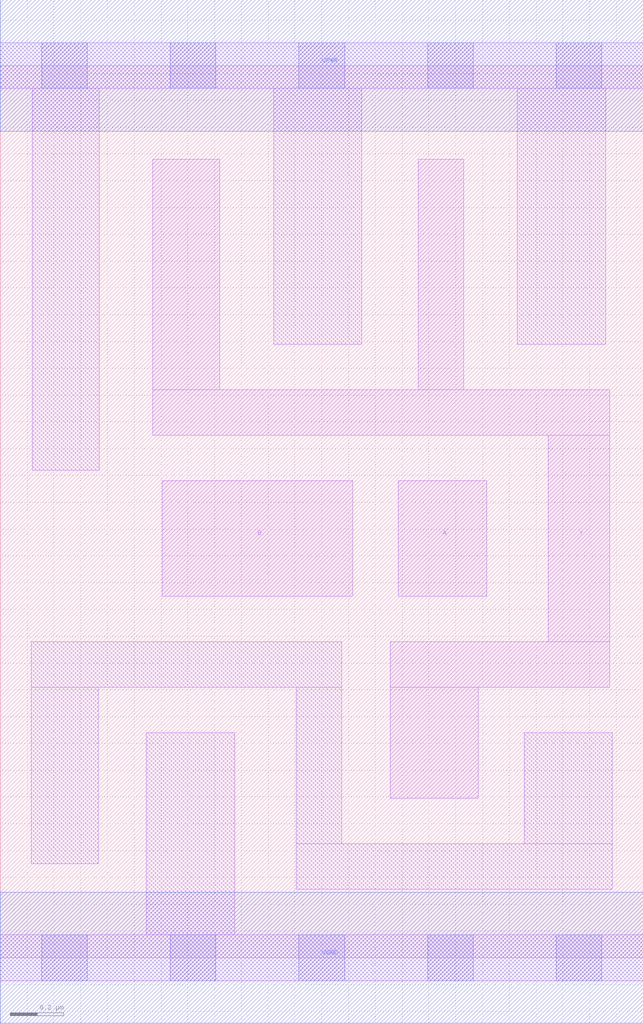
<source format=lef>
# Copyright 2020 The SkyWater PDK Authors
#
# Licensed under the Apache License, Version 2.0 (the "License");
# you may not use this file except in compliance with the License.
# You may obtain a copy of the License at
#
#     https://www.apache.org/licenses/LICENSE-2.0
#
# Unless required by applicable law or agreed to in writing, software
# distributed under the License is distributed on an "AS IS" BASIS,
# WITHOUT WARRANTIES OR CONDITIONS OF ANY KIND, either express or implied.
# See the License for the specific language governing permissions and
# limitations under the License.
#
# SPDX-License-Identifier: Apache-2.0

VERSION 5.7 ;
  NAMESCASESENSITIVE ON ;
  NOWIREEXTENSIONATPIN ON ;
  DIVIDERCHAR "/" ;
  BUSBITCHARS "[]" ;
UNITS
  DATABASE MICRONS 200 ;
END UNITS
MACRO sky130_fd_sc_ms__nand2_2
  CLASS CORE ;
  SOURCE USER ;
  FOREIGN sky130_fd_sc_ms__nand2_2 ;
  ORIGIN  0.000000  0.000000 ;
  SIZE  2.400000 BY  3.330000 ;
  SYMMETRY X Y ;
  SITE unit ;
  PIN A
    ANTENNAGATEAREA  0.625200 ;
    DIRECTION INPUT ;
    USE SIGNAL ;
    PORT
      LAYER li1 ;
        RECT 1.485000 1.350000 1.815000 1.780000 ;
    END
  END A
  PIN B
    ANTENNAGATEAREA  0.625200 ;
    DIRECTION INPUT ;
    USE SIGNAL ;
    PORT
      LAYER li1 ;
        RECT 0.605000 1.350000 1.315000 1.780000 ;
    END
  END B
  PIN Y
    ANTENNADIFFAREA  0.849000 ;
    DIRECTION OUTPUT ;
    USE SIGNAL ;
    PORT
      LAYER li1 ;
        RECT 0.570000 1.950000 2.275000 2.120000 ;
        RECT 0.570000 2.120000 0.820000 2.980000 ;
        RECT 1.455000 0.595000 1.785000 1.010000 ;
        RECT 1.455000 1.010000 2.275000 1.180000 ;
        RECT 1.560000 2.120000 1.730000 2.980000 ;
        RECT 2.045000 1.180000 2.275000 1.950000 ;
    END
  END Y
  PIN VGND
    DIRECTION INOUT ;
    USE GROUND ;
    PORT
      LAYER met1 ;
        RECT 0.000000 -0.245000 2.400000 0.245000 ;
    END
  END VGND
  PIN VPWR
    DIRECTION INOUT ;
    USE POWER ;
    PORT
      LAYER met1 ;
        RECT 0.000000 3.085000 2.400000 3.575000 ;
    END
  END VPWR
  OBS
    LAYER li1 ;
      RECT 0.000000 -0.085000 2.400000 0.085000 ;
      RECT 0.000000  3.245000 2.400000 3.415000 ;
      RECT 0.115000  0.350000 0.365000 1.010000 ;
      RECT 0.115000  1.010000 1.275000 1.180000 ;
      RECT 0.120000  1.820000 0.370000 3.245000 ;
      RECT 0.545000  0.085000 0.875000 0.840000 ;
      RECT 1.020000  2.290000 1.350000 3.245000 ;
      RECT 1.105000  0.255000 2.285000 0.425000 ;
      RECT 1.105000  0.425000 1.275000 1.010000 ;
      RECT 1.930000  2.290000 2.260000 3.245000 ;
      RECT 1.955000  0.425000 2.285000 0.840000 ;
    LAYER mcon ;
      RECT 0.155000 -0.085000 0.325000 0.085000 ;
      RECT 0.155000  3.245000 0.325000 3.415000 ;
      RECT 0.635000 -0.085000 0.805000 0.085000 ;
      RECT 0.635000  3.245000 0.805000 3.415000 ;
      RECT 1.115000 -0.085000 1.285000 0.085000 ;
      RECT 1.115000  3.245000 1.285000 3.415000 ;
      RECT 1.595000 -0.085000 1.765000 0.085000 ;
      RECT 1.595000  3.245000 1.765000 3.415000 ;
      RECT 2.075000 -0.085000 2.245000 0.085000 ;
      RECT 2.075000  3.245000 2.245000 3.415000 ;
  END
END sky130_fd_sc_ms__nand2_2
END LIBRARY

</source>
